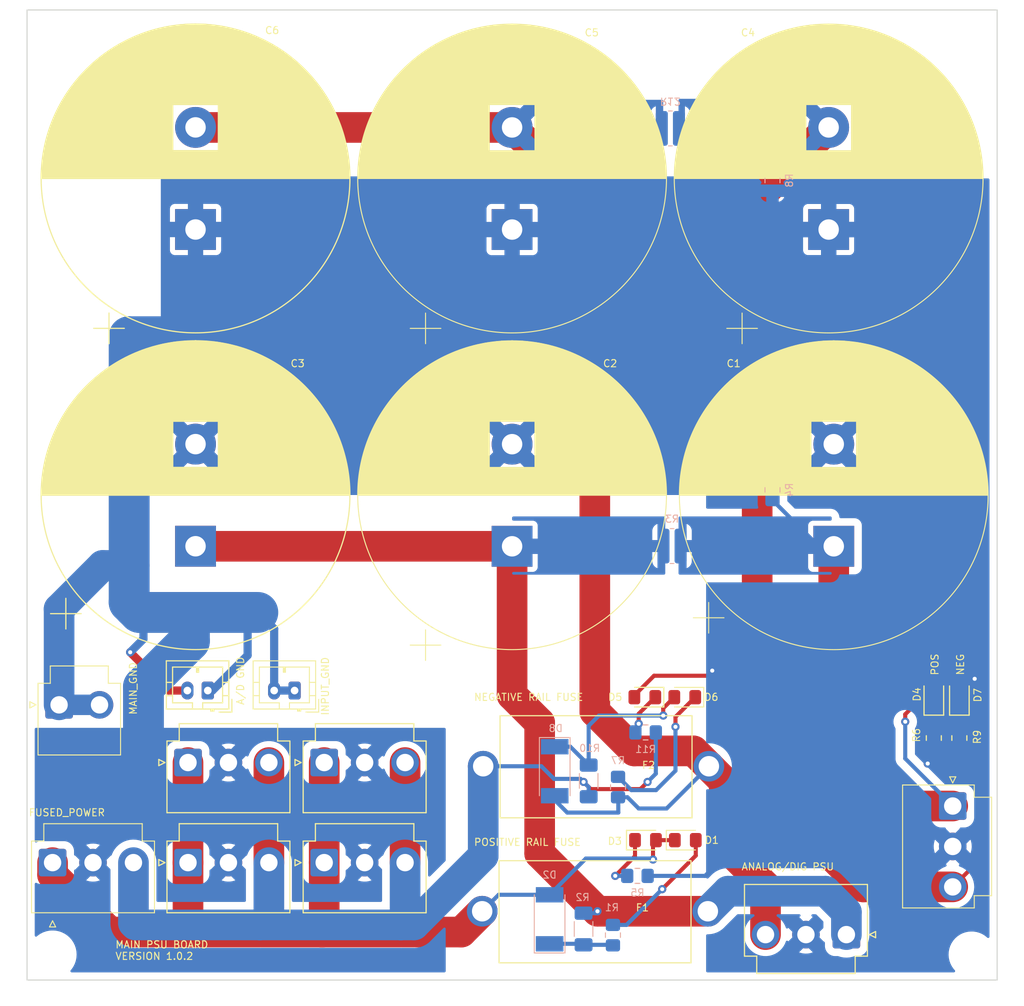
<source format=kicad_pcb>
(kicad_pcb (version 20211014) (generator pcbnew)
  (layers (0 "F.Cu" signal) (31 "B.Cu" signal) (34 "B.Paste" user) (35 "F.Paste" user) (36 "B.SilkS" user "B.Silkscreen") (37 "F.SilkS" user "F.Silkscreen") (38 "B.Mask" user) (39 "F.Mask" user) (44 "Edge.Cuts" user))
  (net 0 "")
  (net 1 "PGND")
  (net 2 "Net-(D1-Pad2)")
  (net 3 "Net-(D2-Pad1)")
  (net 4 "Net-(D3-Pad1)")
  (net 5 "Net-(D4-Pad1)")
  (net 6 "Net-(D5-Pad1)")
  (net 7 "VP1")
  (net 8 "VM1")
  (net 9 "VPOUT")
  (net 10 "VMOUT")
  (net 11 "Net-(D6-Pad2)")
  (net 12 "VPEXT")
  (net 13 "VMEXT")
  (net 14 "Net-(D7-Pad1)")
  (net 15 "Net-(D6-Pad1)")
  (footprint "Capacitor_THT:CP_Radial_D30.0mm_P10.00mm_SnapIn" (layer "F.Cu") (at 181 96.522935 90)
    (fp_text reference "C2" (at 17.900001 9.6 unlocked) (layer "F.SilkS") (effects (font (size 0.7 0.7) (thickness 0.1))))
    (fp_text value "15000U")
    (pad "1" thru_hole rect (at 0 0 90) (size 4 4) (drill 2) (layers *.Cu *.Mask) (net 12 "VPEXT"))
    (pad "2" thru_hole circle (at 10 0 90) (size 4 4) (drill 2) (layers *.Cu *.Mask) (net 1 "PGND"))
  )
  (footprint "MountingHole:MountingHole_3.2mm_M3" (layer "F.Cu") (at 226 46.5)
    (fp_text reference "H4" hide)
    (fp_text value "MountingHole")
    (pad "" np_thru_hole circle (at 0 0) (size 3.2 3.2) (drill 3.2) (layers *.Cu *.Mask))
  )
  (footprint "LED_SMD:LED_0805_2012Metric_Pad1.15x1.40mm_HandSolder" (layer "F.Cu") (at 222.3 111.2 90)
    (fp_text reference "D4" (at 0.175 -1.65 90 unlocked) (layer "F.SilkS") (effects (font (size 0.7 0.7) (thickness 0.1))))
    (fp_text value "YELLOW")
    (pad "1" smd roundrect (at -1.025 0 90) (size 1.15 1.4) (layers "F.Cu" "F.Paste" "F.Mask") (roundrect_rratio 0.2173913043) (net 5 "Net-(D4-Pad1)"))
    (pad "2" smd roundrect (at 1.025 0 90) (size 1.15 1.4) (layers "F.Cu" "F.Paste" "F.Mask") (roundrect_rratio 0.2173913043) (net 7 "VP1"))
  )
  (footprint "Capacitor_THT:CP_Radial_D30.0mm_P10.00mm_SnapIn" (layer "F.Cu") (at 212.5 96.522934 90)
    (fp_text reference "C1" (at 17.9 -9.8 unlocked) (layer "F.SilkS") (effects (font (size 0.7 0.7) (thickness 0.1))))
    (fp_text value "15000U")
    (pad "1" thru_hole rect (at 0 0 90) (size 4 4) (drill 2) (layers *.Cu *.Mask) (net 7 "VP1"))
    (pad "2" thru_hole circle (at 10 0 90) (size 4 4) (drill 2) (layers *.Cu *.Mask) (net 1 "PGND"))
  )
  (footprint "Connector_JST:JST_VH_B3P-VH_1x03_P3.96mm_Vertical" (layer "F.Cu") (at 162.6 127.5)
    (fp_text reference "J4" hide)
    (fp_text value "Conn_01x03_Male")
    (pad "1" thru_hole roundrect (at 0 0) (size 2.7 2.7) (drill 1.7) (layers *.Cu *.Mask) (roundrect_rratio 0.09259296296) (net 9 "VPOUT"))
    (pad "2" thru_hole circle (at 3.96 0) (size 2.7 2.7) (drill 1.7) (layers *.Cu *.Mask) (net 1 "PGND"))
    (pad "3" thru_hole circle (at 7.92 0) (size 2.7 2.7) (drill 1.7) (layers *.Cu *.Mask) (net 10 "VMOUT"))
  )
  (footprint "MountingHole:MountingHole_3.2mm_M3" (layer "F.Cu") (at 136 136.5)
    (fp_text reference "H2" hide)
    (fp_text value "MountingHole")
    (pad "" np_thru_hole circle (at 0 0) (size 3.2 3.2) (drill 3.2) (layers *.Cu *.Mask))
  )
  (footprint "Connector_JST:JST_VH_B3P-VH_1x03_P3.96mm_Vertical" (layer "F.Cu") (at 136 127.5)
    (fp_text reference "J2" hide)
    (fp_text value "Conn_01x03_Male")
    (pad "1" thru_hole roundrect (at 0 0) (size 2.7 2.7) (drill 1.7) (layers *.Cu *.Mask) (roundrect_rratio 0.09259296296) (net 9 "VPOUT"))
    (pad "2" thru_hole circle (at 3.96 0) (size 2.7 2.7) (drill 1.7) (layers *.Cu *.Mask) (net 1 "PGND"))
    (pad "3" thru_hole circle (at 7.92 0) (size 2.7 2.7) (drill 1.7) (layers *.Cu *.Mask) (net 10 "VMOUT"))
  )
  (footprint "Connector_JST:JST_VH_B2P-VH-B_1x02_P3.96mm_Vertical" (layer "F.Cu") (at 136.6375 112.05)
    (fp_text reference "J7" hide)
    (fp_text value "Conn_01x02_Male")
    (pad "1" thru_hole roundrect (at 0 0) (size 2.7 2.7) (drill 1.7) (layers *.Cu *.Mask) (roundrect_rratio 0.09259296296) (net 1 "PGND"))
    (pad "2" thru_hole circle (at 3.96 0) (size 2.7 2.7) (drill 1.7) (layers *.Cu *.Mask) (net 1 "PGND"))
  )
  (footprint "Capacitor_THT:CP_Radial_D30.0mm_P10.00mm_SnapIn" (layer "F.Cu") (at 212 65.505 90)
    (fp_text reference "C4" (at 19.282066 -7.9 unlocked) (layer "F.SilkS") (effects (font (size 0.7 0.7) (thickness 0.1))))
    (fp_text value "15000U")
    (pad "1" thru_hole rect (at 0 0 90) (size 4 4) (drill 2) (layers *.Cu *.Mask) (net 1 "PGND"))
    (pad "2" thru_hole circle (at 10 0 90) (size 4 4) (drill 2) (layers *.Cu *.Mask) (net 8 "VM1"))
  )
  (footprint "Connector_JST:JST_VH_B3P-VH_1x03_P3.96mm_Vertical" (layer "F.Cu") (at 149.2625 117.7)
    (fp_text reference "J9" hide)
    (fp_text value "Conn_01x03_Male")
    (pad "1" thru_hole roundrect (at 0 0) (size 2.7 2.7) (drill 1.7) (layers *.Cu *.Mask) (roundrect_rratio 0.09259296296) (net 9 "VPOUT"))
    (pad "2" thru_hole circle (at 3.96 0) (size 2.7 2.7) (drill 1.7) (layers *.Cu *.Mask) (net 1 "PGND"))
    (pad "3" thru_hole circle (at 7.92 0) (size 2.7 2.7) (drill 1.7) (layers *.Cu *.Mask) (net 10 "VMOUT"))
  )
  (footprint "LED_SMD:LED_0805_2012Metric_Pad1.15x1.40mm_HandSolder" (layer "F.Cu") (at 197.9625 125.3)
    (fp_text reference "D1" (at 2.6 0 unlocked) (layer "F.SilkS") (effects (font (size 0.7 0.7) (thickness 0.1))))
    (fp_text value "RED")
    (pad "1" smd roundrect (at -1.025 0) (size 1.15 1.4) (layers "F.Cu" "F.Paste" "F.Mask") (roundrect_rratio 0.2173913043) (net 9 "VPOUT"))
    (pad "2" smd roundrect (at 1.025 0) (size 1.15 1.4) (layers "F.Cu" "F.Paste" "F.Mask") (roundrect_rratio 0.2173913043) (net 2 "Net-(D1-Pad2)"))
  )
  (footprint "LED_SMD:LED_0805_2012Metric_Pad1.15x1.40mm_HandSolder" (layer "F.Cu") (at 194.0625 125.3)
    (fp_text reference "D3" (at -3 0.1 unlocked) (layer "F.SilkS") (effects (font (size 0.7 0.7) (thickness 0.1))))
    (fp_text value "YELLOW")
    (pad "1" smd roundrect (at -1.025 0) (size 1.15 1.4) (layers "F.Cu" "F.Paste" "F.Mask") (roundrect_rratio 0.2173913043) (net 4 "Net-(D3-Pad1)"))
    (pad "2" smd roundrect (at 1.025 0) (size 1.15 1.4) (layers "F.Cu" "F.Paste" "F.Mask") (roundrect_rratio 0.2173913043) (net 9 "VPOUT"))
  )
  (footprint "Resistor_SMD:R_0805_2012Metric_Pad1.20x1.40mm_HandSolder" (layer "F.Cu") (at 224.8 115.3 -90)
    (fp_text reference "R9" (at -0.1 -1.75 90 unlocked) (layer "F.SilkS") (effects (font (size 0.7 0.7) (thickness 0.1))))
    (fp_text value "9.1K")
    (pad "1" smd roundrect (at -1 0 270) (size 1.2 1.4) (layers "F.Cu" "F.Paste" "F.Mask") (roundrect_rratio 0.2083333333) (net 14 "Net-(D7-Pad1)"))
    (pad "2" smd roundrect (at 1 0 270) (size 1.2 1.4) (layers "F.Cu" "F.Paste" "F.Mask") (roundrect_rratio 0.2083333333) (net 8 "VM1"))
  )
  (footprint "LED_SMD:LED_0805_2012Metric_Pad1.15x1.40mm_HandSolder" (layer "F.Cu") (at 224.8 111.2 90)
    (fp_text reference "D7" (at 0.1 1.8 90 unlocked) (layer "F.SilkS") (effects (font (size 0.7 0.7) (thickness 0.1))))
    (fp_text value "BLUE")
    (pad "1" smd roundrect (at -1.025 0 90) (size 1.15 1.4) (layers "F.Cu" "F.Paste" "F.Mask") (roundrect_rratio 0.2173913043) (net 14 "Net-(D7-Pad1)"))
    (pad "2" smd roundrect (at 1.025 0 90) (size 1.15 1.4) (layers "F.Cu" "F.Paste" "F.Mask") (roundrect_rratio 0.2173913043) (net 1 "PGND"))
  )
  (footprint "Connector_JST:JST_PH_B2B-PH-K_1x02_P2.00mm_Vertical" (layer "F.Cu") (at 151.2 110.65 180)
    (fp_text reference "J6" hide)
    (fp_text value "Conn_01x02_Male")
    (pad "1" thru_hole roundrect (at 0 0 180) (size 1.2 1.75) (drill 0.75) (layers *.Cu *.Mask) (roundrect_rratio 0.2083333333) (net 1 "PGND"))
    (pad "2" thru_hole oval (at 2 0 180) (size 1.2 1.75) (drill 0.75) (layers *.Cu *.Mask) (net 1 "PGND"))
  )
  (footprint "LED_SMD:LED_0805_2012Metric_Pad1.15x1.40mm_HandSolder" (layer "F.Cu") (at 194 111.3 180)
    (fp_text reference "D5" (at 2.9 0 unlocked) (layer "F.SilkS") (effects (font (size 0.7 0.7) (thickness 0.1))))
    (fp_text value "BLUE")
    (pad "1" smd roundrect (at -1.025 0 180) (size 1.15 1.4) (layers "F.Cu" "F.Paste" "F.Mask") (roundrect_rratio 0.2173913043) (net 6 "Net-(D5-Pad1)"))
    (pad "2" smd roundrect (at 1.025 0 180) (size 1.15 1.4) (layers "F.Cu" "F.Paste" "F.Mask") (roundrect_rratio 0.2173913043) (net 1 "PGND"))
  )
  (footprint "Connector_JST:JST_VH_B3P-VH_1x03_P3.96mm_Vertical" (layer "F.Cu") (at 149.2625 127.5)
    (fp_text reference "J3" hide)
    (fp_text value "Conn_01x03_Male")
    (pad "1" thru_hole roundrect (at 0 0) (size 2.7 2.7) (drill 1.7) (layers *.Cu *.Mask) (roundrect_rratio 0.09259296296) (net 9 "VPOUT"))
    (pad "2" thru_hole circle (at 3.96 0) (size 2.7 2.7) (drill 1.7) (layers *.Cu *.Mask) (net 1 "PGND"))
    (pad "3" thru_hole circle (at 7.92 0) (size 2.7 2.7) (drill 1.7) (layers *.Cu *.Mask) (net 10 "VMOUT"))
  )
  (footprint "Capacitor_THT:CP_Radial_D30.0mm_P10.00mm_SnapIn" (layer "F.Cu") (at 181 65.505 90)
    (fp_text reference "C5" (at 19.282066 7.8 unlocked) (layer "F.SilkS") (effects (font (size 0.7 0.7) (thickness 0.1))))
    (fp_text value "15000U")
    (pad "1" thru_hole rect (at 0 0 90) (size 4 4) (drill 2) (layers *.Cu *.Mask) (net 1 "PGND"))
    (pad "2" thru_hole circle (at 10 0 90) (size 4 4) (drill 2) (layers *.Cu *.Mask) (net 13 "VMEXT"))
  )
  (footprint "Connector_JST:JST_VH_B3P-VH_1x03_P3.96mm_Vertical" (layer "F.Cu") (at 224.15 121.9575 -90)
    (fp_text reference "J10" hide)
    (fp_text value "Conn_01x03_Male")
    (pad "1" thru_hole roundrect (at 0 0 270) (size 2.7 2.7) (drill 1.7) (layers *.Cu *.Mask) (roundrect_rratio 0.09259296296) (net 7 "VP1"))
    (pad "2" thru_hole circle (at 3.96 0 270) (size 2.7 2.7) (drill 1.7) (layers *.Cu *.Mask) (net 1 "PGND"))
    (pad "3" thru_hole circle (at 7.92 0 270) (size 2.7 2.7) (drill 1.7) (layers *.Cu *.Mask) (net 8 "VM1"))
  )
  (footprint "LED_SMD:LED_0805_2012Metric_Pad1.15x1.40mm_HandSolder" (layer "F.Cu") (at 197.91 111.3 180)
    (fp_text reference "D6" (at -2.6 0.004169 unlocked) (layer "F.SilkS") (effects (font (size 0.7 0.7) (thickness 0.1))))
    (fp_text value "RED")
    (pad "1" smd roundrect (at -1.025 0 180) (size 1.15 1.4) (layers "F.Cu" "F.Paste" "F.Mask") (roundrect_rratio 0.2173913043) (net 15 "Net-(D6-Pad1)"))
    (pad "2" smd roundrect (at 1.025 0 180) (size 1.15 1.4) (layers "F.Cu" "F.Paste" "F.Mask") (roundrect_rratio 0.2173913043) (net 11 "Net-(D6-Pad2)"))
  )
  (footprint "Connector_JST:JST_VH_B3P-VH_1x03_P3.96mm_Vertical" (layer "F.Cu") (at 213.7375 134.55 180)
    (fp_text reference "J1" hide)
    (fp_text value "Conn_01x03_Male")
    (pad "1" thru_hole roundrect (at 0 0 180) (size 2.7 2.7) (drill 1.7) (layers *.Cu *.Mask) (roundrect_rratio 0.09259296296) (net 12 "VPEXT"))
    (pad "2" thru_hole circle (at 3.96 0 180) (size 2.7 2.7) (drill 1.7) (layers *.Cu *.Mask) (net 1 "PGND"))
    (pad "3" thru_hole circle (at 7.92 0 180) (size 2.7 2.7) (drill 1.7) (layers *.Cu *.Mask) (net 13 "VMEXT"))
  )
  (footprint "Fuse:5x20mm AliExpress 250V 6A" (layer "F.Cu") (at 188.870833 125.7125 180)
    (fp_text reference "F1" (at -4.891667 -6.2 unlocked) (layer "F.SilkS") (effects (font (size 0.7 0.7) (thickness 0.1))))
    (fp_text value "Fuse_Small")
    (pad "1" thru_hole circle (at -11.3 -6.55 180) (size 3 3) (drill 2) (layers *.Cu *.Mask) (net 12 "VPEXT"))
    (pad "2" thru_hole circle (at 10.8 -6.55 180) (size 3 3) (drill 2) (layers *.Cu *.Mask) (net 9 "VPOUT"))
  )
  (footprint "Connector_JST:JST_VH_B3P-VH_1x03_P3.96mm_Vertical" (layer "F.Cu") (at 162.6 117.7)
    (fp_text reference "J11" hide)
    (fp_text value "Conn_01x03_Male")
    (pad "1" thru_hole roundrect (at 0 0) (size 2.7 2.7) (drill 1.7) (layers *.Cu *.Mask) (roundrect_rratio 0.09259296296) (net 9 "VPOUT"))
    (pad "2" thru_hole circle (at 3.96 0) (size 2.7 2.7) (drill 1.7) (layers *.Cu *.Mask) (net 1 "PGND"))
    (pad "3" thru_hole circle (at 7.92 0) (size 2.7 2.7) (drill 1.7) (layers *.Cu *.Mask) (net 10 "VMOUT"))
  )
  (footprint "Connector_JST:JST_PH_B2B-PH-K_1x02_P2.00mm_Vertical" (layer "F.Cu") (at 159.7 110.65 180)
    (fp_text reference "J5" hide)
    (fp_text value "Conn_01x02_Male")
    (pad "1" thru_hole roundrect (at 0 0 180) (size 1.2 1.75) (drill 0.75) (layers *.Cu *.Mask) (roundrect_rratio 0.2083333333) (net 1 "PGND"))
    (pad "2" thru_hole oval (at 2 0 180) (size 1.2 1.75) (drill 0.75) (layers *.Cu *.Mask) (net 1 "PGND"))
  )
  (footprint "MountingHole:MountingHole_3mm" (layer "F.Cu") (at 226 136.5)
    (fp_text reference "H1" hide)
    (fp_text value "MountingHole")
    (pad "" np_thru_hole circle (at 0 0) (size 3 3) (drill 3) (layers *.Cu *.Mask))
  )
  (footprint "Capacitor_THT:CP_Radial_D30.0mm_P10.00mm_SnapIn" (layer "F.Cu") (at 150 65.5 90)
    (fp_text reference "C6" (at 19.5 7.5 unlocked) (layer "F.SilkS") (effects (font (size 0.7 0.7) (thickness 0.1))))
    (fp_text value "15000U")
    (pad "1" thru_hole rect (at 0 0 90) (size 4 4) (drill 2) (layers *.Cu *.Mask) (net 1 "PGND"))
    (pad "2" thru_hole circle (at 10 0 90) (size 4 4) (drill 2) (layers *.Cu *.Mask) (net 13 "VMEXT"))
  )
  (footprint "Capacitor_THT:CP_Radial_D30.0mm_P10.00mm_SnapIn" (layer "F.Cu") (at 150 96.517934 90)
    (fp_text reference "C3" (at 17.895 10 unlocked) (layer "F.SilkS") (effects (font (size 0.7 0.7) (thickness 0.1))))
    (fp_text value "15000U")
    (pad "1" thru_hole rect (at 0 0 90) (size 4 4) (drill 2) (layers *.Cu *.Mask) (net 12 "VPEXT"))
    (pad "2" thru_hole circle (at 10 0 90) (size 4 4) (drill 2) (layers *.Cu *.Mask) (net 1 "PGND"))
  )
  (footprint "Fuse:5x20mm AliExpress 250V 6A" (layer "F.Cu") (at 188.970833 111.5125 180)
    (fp_text reference "F2" (at -5.391667 -6.45 unlocked) (layer "F.SilkS") (effects (font (size 0.7 0.7) (thickness 0.1))))
    (fp_text value "Fuse_Small")
    (pad "1" thru_hole circle (at -11.3 -6.55 180) (size 3 3) (drill 2) (layers *.Cu *.Mask) (net 13 "VMEXT"))
    (pad "2" thru_hole circle (at 10.8 -6.55 180) (size 3 3) (drill 2) (layers *.Cu *.Mask) (net 10 "VMOUT"))
  )
  (footprint "Resistor_SMD:R_0805_2012Metric_Pad1.20x1.40mm_HandSolder" (layer "F.Cu") (at 222.3 115.3 -90)
    (fp_text reference "R6" (at -0.275 1.7 90 unlocked) (layer "F.SilkS") (effects (font (size 0.7 0.7) (thickness 0.1))))
    (fp_text value "9.1K")
    (pad "1" smd roundrect (at -1 0 270) (size 1.2 1.4) (layers "F.Cu" "F.Paste" "F.Mask") (roundrect_rratio 0.2083333333) (net 5 "Net-(D4-Pad1)"))
    (pad "2" smd roundrect (at 1 0 270) (size 1.2 1.4) (layers "F.Cu" "F.Paste" "F.Mask") (roundrect_rratio 0.2083333333) (net 1 "PGND"))
  )
  (footprint "MountingHole:MountingHole_3mm" (layer "F.Cu") (at 136 46.5)
    (fp_text reference "H3" hide)
    (fp_text value "MountingHole")
    (pad "" np_thru_hole circle (at 0 0) (size 3 3) (drill 3) (layers *.Cu *.Mask))
  )
  (footprint "Diode_SMD:D_MELF" (layer "B.Cu") (at 185.175 118.55 -90)
    (fp_text reference "D8" (at -4.2 -0.1 unlocked) (layer "B.SilkS") (effects (font (size 0.7 0.7) (thickness 0.1)) (justify mirror)))
    (fp_text value "5V")
    (pad "1" smd rect (at -2.4 0 270) (size 1.5 2.7) (layers "B.Cu" "B.Paste" "B.Mask") (net 11 "Net-(D6-Pad2)"))
    (pad "2" smd rect (at 2.4 0 270) (size 1.5 2.7) (layers "B.Cu" "B.Paste" "B.Mask") (net 13 "VMEXT"))
  )
  (footprint "Resistor_SMD:R_1206_3216Metric_Pad1.30x1.75mm_HandSolder" (layer "B.Cu") (at 188.5 119.5 90)
    (fp_text reference "R10" (at 3.2 0.1 unlocked) (layer "B.SilkS") (effects (font (size 0.7 0.7) (thickness 0.1)) (justify mirror)))
    (fp_text value "3.5K")
    (pad "1" smd roundrect (at -1.55 0 90) (size 1.3 1.75) (layers "B.Cu" "B.Paste" "B.Mask") (roundrect_rratio 0.1923076923) (net 10 "VMOUT"))
    (pad "2" smd roundrect (at 1.55 0 90) (size 1.3 1.75) (layers "B.Cu" "B.Paste" "B.Mask") (roundrect_rratio 0.1923076923) (net 11 "Net-(D6-Pad2)"))
  )
  (footprint "Resistor_SMD:R_0612_1632Metric_Pad1.18x3.40mm_HandSolder" (layer "B.Cu") (at 196.5 55.6 180)
    (fp_text reference "R12" (at 0 2.65 180 unlocked) (layer "B.SilkS") (effects (font (size 0.7 0.7) (thickness 0.1)) (justify mirror)))
    (fp_text value "0.025")
    (pad "1" smd roundrect (at -0.8375 0 180) (size 1.175 3.4) (layers "B.Cu" "B.Paste" "B.Mask") (roundrect_rratio 0.2127659574) (net 8 "VM1"))
    (pad "2" smd roundrect (at 0.8375 0 180) (size 1.175 3.4) (layers "B.Cu" "B.Paste" "B.Mask") (roundrect_rratio 0.2127659574) (net 13 "VMEXT"))
  )
  (footprint "Resistor_SMD:R_1206_3216Metric_Pad1.30x1.75mm_HandSolder" (layer "B.Cu") (at 188 134 -90)
    (fp_text reference "R2" (at -3.1 0.1 unlocked) (layer "B.SilkS") (effects (font (size 0.7 0.7) (thickness 0.1)) (justify mirror)))
    (fp_text value "3.5K")
    (pad "1" smd roundrect (at -1.55 0 270) (size 1.3 1.75) (layers "B.Cu" "B.Paste" "B.Mask") (roundrect_rratio 0.1923076923) (net 12 "VPEXT"))
    (pad "2" smd roundrect (at 1.55 0 270) (size 1.3 1.75) (layers "B.Cu" "B.Paste" "B.Mask") (roundrect_rratio 0.1923076923) (net 3 "Net-(D2-Pad1)"))
  )
  (footprint "Resistor_SMD:R_0805_2012Metric_Pad1.20x1.40mm_HandSolder" (layer "B.Cu") (at 194.075 114.75)
    (fp_text reference "R11" (at 0 1.65 unlocked) (layer "B.SilkS") (effects (font (size 0.7 0.7) (thickness 0.1)) (justify mirror)))
    (fp_text value "9.1K")
    (pad "1" smd roundrect (at -1 0) (size 1.2 1.4) (layers "B.Cu" "B.Paste" "B.Mask") (roundrect_rratio 0.2083333333) (net 6 "Net-(D5-Pad1)"))
    (pad "2" smd roundrect (at 1 0) (size 1.2 1.4) (layers "B.Cu" "B.Paste" "B.Mask") (roundrect_rratio 0.2083333333) (net 10 "VMOUT"))
  )
  (footprint "Resistor_SMD:R_0805_2012Metric_Pad1.20x1.40mm_HandSolder" (layer "B.Cu") (at 206.5 91 90)
    (fp_text reference "R4" (at 0 1.65 90 unlocked) (layer "B.SilkS") (effects (font (size 0.7 0.7) (thickness 0.1)) (justify mirror)))
    (fp_text value "12K")
    (pad "1" smd roundrect (at -1 0 90) (size 1.2 1.4) (layers "B.Cu" "B.Paste" "B.Mask") (roundrect_rratio 0.2083333333) (net 7 "VP1"))
    (pad "2" smd roundrect (at 1 0 90) (size 1.2 1.4) (layers "B.Cu" "B.Paste" "B.Mask") (roundrect_rratio 0.2083333333) (net 1 "PGND"))
  )
  (footprint "Resistor_SMD:R_0805_2012Metric_Pad1.20x1.40mm_HandSolder" (layer "B.Cu") (at 191.375 120.1 90)
    (fp_text reference "R7" (at 2.6 0 unlocked) (layer "B.SilkS") (effects (font (size 0.7 0.7) (thickness 0.1)) (justify mirror)))
    (fp_text value "560R")
    (pad "1" smd roundrect (at -1 0 90) (size 1.2 1.4) (layers "B.Cu" "B.Paste" "B.Mask") (roundrect_rratio 0.2083333333) (net 13 "VMEXT"))
    (pad "2" smd roundrect (at 1 0 90) (size 1.2 1.4) (layers "B.Cu" "B.Paste" "B.Mask") (roundrect_rratio 0.2083333333) (net 15 "Net-(D6-Pad1)"))
  )
  (footprint "Diode_SMD:D_MELF" (layer "B.Cu") (at 184.675 133.05 90)
    (fp_text reference "D2" (at 4.35 0 unlocked) (layer "B.SilkS") (effects (font (size 0.7 0.7) (thickness 0.1)) (justify mirror)))
    (fp_text value "5V")
    (pad "1" smd rect (at -2.4 0 90) (size 1.5 2.7) (layers "B.Cu" "B.Paste" "B.Mask") (net 3 "Net-(D2-Pad1)"))
    (pad "2" smd rect (at 2.4 0 90) (size 1.5 2.7) (layers "B.Cu" "B.Paste" "B.Mask") (net 9 "VPOUT"))
  )
  (footprint "Resistor_SMD:R_0805_2012Metric_Pad1.20x1.40mm_HandSolder" (layer "B.Cu") (at 206.5 60.7 90)
    (fp_text reference "R8" (at 0 1.65 90 unlocked) (layer "B.SilkS") (effects (font (size 0.7 0.7) (thickness 0.1)) (justify mirror)))
    (fp_text value "12K")
    (pad "1" smd roundrect (at -1 0 90) (size 1.2 1.4) (layers "B.Cu" "B.Paste" "B.Mask") (roundrect_rratio 0.2083333333) (net 1 "PGND"))
    (pad "2" smd roundrect (at 1 0 90) (size 1.2 1.4) (layers "B.Cu" "B.Paste" "B.Mask") (roundrect_rratio 0.2083333333) (net 8 "VM1"))
  )
  (footprint "Resistor_SMD:R_0612_1632Metric_Pad1.18x3.40mm_HandSolder" (layer "B.Cu") (at 196.6625 96.5 180)
    (fp_text reference "R3" (at 0 2.65 unlocked) (layer "B.SilkS") (effects (font (size 0.7 0.7) (thickness 0.1)) (justify mirror)))
    (fp_text value "0.025")
    (pad "1" smd roundrect (at -0.8375 0 180) (size 1.175 3.4) (layers "B.Cu" "B.Paste" "B.Mask") (roundrect_rratio 0.2127659574) (net 7 "VP1"))
    (pad "2" smd roundrect (at 0.8375 0 180) (size 1.175 3.4) (layers "B.Cu" "B.Paste" "B.Mask") (roundrect_rratio 0.2127659574) (net 12 "VPEXT"))
  )
  (footprint "Resistor_SMD:R_0805_2012Metric_Pad1.20x1.40mm_HandSolder" (layer "B.Cu") (at 190.875 134.6 90)
    (fp_text reference "R1" (at 2.7 -0.1 unlocked) (layer "B.SilkS") (effects (font (size 0.7 0.7) (thickness 0.1)) (justify mirror)))
    (fp_text value "560R")
    (pad "1" smd roundrect (at -1 0 90) (size 1.2 1.4) (layers "B.Cu" "B.Paste" "B.Mask") (roundrect_rratio 0.2083333333) (net 3 "Net-(D2-Pad1)"))
    (pad "2" smd roundrect (at 1 0 90) (size 1.2 1.4) (layers "B.Cu" "B.Paste" "B.Mask") (roundrect_rratio 0.2083333333) (net 2 "Net-(D1-Pad2)"))
  )
  (footprint "Resistor_SMD:R_0805_2012Metric_Pad1.20x1.40mm_HandSolder" (layer "B.Cu") (at 193.275 128.8)
    (fp_text reference "R5" (at 0 1.65 unlocked) (layer "B.SilkS") (effects (font (size 0.7 0.7) (thickness 0.1)) (justify mirror)))
    (fp_text value "9.1K")
    (pad "1" smd roundrect (at -1 0) (size 1.2 1.4) (layers "B.Cu" "B.Paste" "B.Mask") (roundrect_rratio 0.2083333333) (net 4 "Net-(D3-Pad1)"))
    (pad "2" smd roundrect (at 1 0) (size 1.2 1.4) (layers "B.Cu" "B.Paste" "B.Mask") (roundrect_rratio 0.2083333333) (net 1 "PGND"))
  )
  (gr_line (start 228.5 44) (end 133.5 44) (layer "Edge.Cuts") (width 0.1))
  (gr_line (start 228.5 139) (end 228.5 44) (layer "Edge.Cuts") (width 0.1))
  (gr_line (start 133.5 44) (end 133.5 139) (layer "Edge.Cuts") (width 0.1))
  (gr_line (start 133.5 139) (end 228.5 139) (layer "Edge.Cuts") (width 0.1))
  (gr_text "FUSED_POWER" (at 137.4 122.6) (layer "F.SilkS") (effects (font (size 0.7 0.7) (thickness 0.1))))
  (gr_text "ANALOG/DIG PSU" (at 208 127.9) (layer "F.SilkS") (effects (font (size 0.7 0.7) (thickness 0.1))))
  (gr_text "MAIN PSU BOARD\nVERSION 1.0.2" (at 142.1 136.1) (layer "F.SilkS") (effects (font (size 0.7 0.7) (thickness 0.1)) (justify left)))
  (gr_text "POSITIVE RAIL FUSE" (at 182.5 125.5) (layer "F.SilkS") (effects (font (size 0.7 0.7) (thickness 0.1))))
  (gr_text "MAIN_GND" (at 143.9 110.441667 90) (layer "F.SilkS") (effects (font (size 0.7 0.7) (thickness 0.1))))
  (gr_text "NEGATIVE RAIL FUSE" (at 182.616667 111.3) (layer "F.SilkS") (effects (font (size 0.7 0.7) (thickness 0.1))))
  (gr_text "POS" (at 222.4 108.1 90) (layer "F.SilkS") (effects (font (size 0.7 0.7) (thickness 0.1))))
  (gr_text "INPUT_GND" (at 162.7 110.225 90) (layer "F.SilkS") (effects (font (size 0.7 0.7) (thickness 0.1))))
  (gr_text "A/D GND" (at 154.4 109.7 90) (layer "F.SilkS") (effects (font (size 0.7 0.7) (thickness 0.1))))
  (gr_text "NEG\n" (at 224.9 108.1 90) (layer "F.SilkS") (effects (font (size 0.7 0.7) (thickness 0.1))))
  (segment (start 194.9 109.2) (end 200.1 109.2) (width 0.4) (layer "F.Cu") (net 1))
  (segment (start 222.3 117.2) (end 221.7 117.8) (width 0.4) (layer "F.Cu") (net 1))
  (segment (start 147.35 110.65) (end 143.6 106.9) (width 0.8) (layer "F.Cu") (net 1))
  (segment (start 200.1 109.2) (end 200.6 108.7) (width 0.4) (layer "F.Cu") (net 1))
  (segment (start 224.8 110.175) (end 225.625 110.175) (width 0.4) (layer "F.Cu") (net 1))
  (segment (start 225.625 110.175) (end 226.3 109.5) (width 0.4) (layer "F.Cu") (net 1))
  (segment (start 193.1 111) (end 194.9 109.2) (width 0.4) (layer "F.Cu") (net 1))
  (segment (start 222.3 116.3) (end 222.3 117.2) (width 0.4) (layer "F.Cu") (net 1))
  (segment (start 149.2 110.65) (end 147.35 110.65) (width 0.8) (layer "F.Cu") (net 1))
  (via (at 200.6 108.7) (size 0.8) (drill 0.4) (layers "F.Cu" "B.Cu") (net 1))
  (via (at 221.7 117.8) (size 0.8) (drill 0.4) (layers "F.Cu" "B.Cu") (net 1))
  (via (at 143.6 106.9) (size 0.8) (drill 0.4) (layers "F.Cu" "B.Cu") (net 1))
  (via (at 226.3 109.5) (size 0.8) (drill 0.4) (layers "F.Cu" "B.Cu") (net 1))
  (segment (start 149.4 103) (end 149.4 105.8) (width 4) (layer "B.Cu") (net 1))
  (segment (start 143.5 102) (end 144 102.5) (width 4) (layer "B.Cu") (net 1))
  (segment (start 148.4 76) (end 143.5 76) (width 4) (layer "B.Cu") (net 1))
  (segment (start 144.9 110.3) (end 144.9 115.4) (width 4) (layer "B.Cu") (net 1))
  (segment (start 136.6375 102.6625) (end 140.9 98.4) (width 3) (layer "B.Cu") (net 1))
  (segment (start 136.6375 112.05) (end 136.6375 102.6625) (width 3) (layer "B.Cu") (net 1))
  (segment (start 140.5975 112.05) (end 136.6375 112.05) (width 2) (layer "B.Cu") (net 1))
  (segment (start 155.1 107.2) (end 155.1 103) (width 0.8) (layer "B.Cu") (net 1))
  (segment (start 149.4 103) (end 155.1 103) (width 4) (layer "B.Cu") (net 1))
  (segment (start 194.275 128.8) (end 199.9 128.8) (width 0.4) (layer "B.Cu") (net 1))
  (segment (start 199.9 128.8) (end 200.8 127.9) (width 0.4) (layer "B.Cu") (net 1))
  (segment (start 144.9 105.6) (end 143.6 106.9) (width 0.8) (layer "B.Cu") (net 1))
  (segment (start 144.5 103) (end 149.4 103) (width 4) (layer "B.Cu") (net 1))
  (segment (start 157.7 104.6) (end 156.1 103) (width 0.8) (layer "B.Cu") (net 1))
  (segment (start 143.5 98.4) (end 143.5 102) (width 4) (layer "B.Cu") (net 1))
  (segment (start 159.7 110.65) (end 157.7 110.65) (width 0.8) (layer "B.Cu") (net 1))
  (segment (start 149.4 105.8) (end 144.9 110.3) (width 4) (layer "B.Cu") (net 1))
  (segment (start 151.2 110.65) (end 151.65 110.65) (width 0.8) (layer "B.Cu") (net 1))
  (segment (start 143.5 76) (end 143.5 98.4) (width 4) (layer "B.Cu") (net 1))
  (segment (start 157.7 110.65) (end 157.7 104.6) (width 0.8) (layer "B.Cu") (net 1))
  (segment (start 140.9 98.4) (end 143.5 98.4) (width 3) (layer "B.Cu") (net 1))
  (segment (start 151.65 110.65) (end 155.1 107.2) (width 0.8) (layer "B.Cu") (net 1))
  (segment (start 144 102.5) (end 144.5 103) (width 4) (layer "B.Cu") (net 1))
  (segment (start 155.1 103) (end 156.1 103) (width 4) (layer "B.Cu") (net 1))
  (segment (start 144.9 103.4) (end 144.9 105.6) (width 0.8) (layer "B.Cu") (net 1))
  (segment (start 144.5 103) (end 144.9 103.4) (width 0.8) (layer "B.Cu") (net 1))
  (segment (start 198.9875 125.3) (end 198.9875 126.8125) (width 0.4) (layer "F.Cu") (net 2))
  (segment (start 198.9875 126.8125) (end 195.7 130.1) (width 0.4) (layer "F.Cu") (net 2))
  (via (at 195.7 130.1) (size 0.8) (drill 0.4) (layers "F.Cu" "B.Cu") (net 2))
  (segment (start 192.2 133.6) (end 190.875 133.6) (width 0.4) (layer "B.Cu") (net 2))
  (segment (start 195.7 130.1) (end 192.2 133.6) (width 0.4) (layer "B.Cu") (net 2))
  (segment (start 188 135.55) (end 190.825 135.55) (width 0.4) (layer "B.Cu") (net 3))
  (segment (start 184.675 135.45) (end 187.9 135.45) (width 0.4) (layer "B.Cu") (net 3))
  (segment (start 193.0375 126.8625) (end 191.1 128.8) (width 0.4) (layer "F.Cu") (net 4))
  (segment (start 193.0375 125.3) (end 193.0375 126.8625) (width 0.4) (layer "F.Cu") (net 4))
  (via (at 191.1 128.8) (size 0.8) (drill 0.4) (layers "F.Cu" "B.Cu") (net 4))
  (segment (start 191.1 128.8) (end 192.275 128.8) (width 0.4) (layer "B.Cu") (net 4))
  (segment (start 222.3 112.225) (end 222.3 114.3) (width 0.4) (layer "F.Cu") (net 5))
  (segment (start 193.398696 113.8995) (end 193.398696 112.926304) (width 0.4) (layer "F.Cu") (net 6))
  (segment (start 193.398696 112.926304) (end 195.0425 111.2825) (width 0.4) (layer "F.Cu") (net 6))
  (via (at 193.398696 113.8995) (size 0.8) (drill 0.4) (layers "F.Cu" "B.Cu") (net 6))
  (segment (start 193.398696 114.426304) (end 193.398696 113.8995) (width 0.4) (layer "B.Cu") (net 6))
  (segment (start 224.15 121.9575) (end 217.4575 121.9575) (width 3) (layer "F.Cu") (net 7))
  (segment (start 217.4575 121.9575) (end 212.5 117) (width 3) (layer "F.Cu") (net 7))
  (segment (start 219.5 112.975) (end 219.5 113.7) (width 0.4) (layer "F.Cu") (net 7))
  (segment (start 222.3 110.175) (end 219.5 112.975) (width 0.4) (layer "F.Cu") (net 7))
  (segment (start 212.5 117) (end 212.5 96.522934) (width 3) (layer "F.Cu") (net 7))
  (via (at 219.5 113.7) (size 0.8) (drill 0.4) (layers "F.Cu" "B.Cu") (net 7))
  (segment (start 206.5 92) (end 211.022934 96.522934) (width 0.4) (layer "B.Cu") (net 7))
  (segment (start 219.5 113.7) (end 219.5 117.3075) (width 0.4) (layer "B.Cu") (net 7))
  (segment (start 219.5 117.3075) (end 224.15 121.9575) (width 0.4) (layer "B.Cu") (net 7))
  (segment (start 215.3775 129.8775) (end 224.15 129.8775) (width 3) (layer "F.Cu") (net 8))
  (segment (start 205 119.5) (end 215.3775 129.8775) (width 3) (layer "F.Cu") (net 8))
  (segment (start 212 55.505) (end 205 62.505) (width 3) (layer "F.Cu") (net 8))
  (segment (start 227.3 126.7275) (end 224.15 129.8775) (width 0.4) (layer "F.Cu") (net 8))
  (segment (start 224.8 116.3) (end 227.3 118.8) (width 0.4) (layer "F.Cu") (net 8))
  (segment (start 227.3 118.8) (end 227.3 126.7275) (width 0.4) (layer "F.Cu") (net 8))
  (segment (start 205 62.505) (end 205 119.5) (width 3) (layer "F.Cu") (net 8))
  (segment (start 207.805 59.7) (end 212 55.505) (width 0.4) (layer "B.Cu") (net 8))
  (segment (start 206.5 59.7) (end 207.805 59.7) (width 0.4) (layer "B.Cu") (net 8))
  (segment (start 136 127.5) (end 136 128.7) (width 3) (layer "F.Cu") (net 9))
  (segment (start 149.2625 127.5) (end 149.2625 134.0625) (width 3) (layer "F.Cu") (net 9))
  (segment (start 162.6 117.7) (end 162.6 127.5) (width 3) (layer "F.Cu") (net 9))
  (segment (start 149.5 134.3) (end 162.4 134.3) (width 3) (layer "F.Cu") (net 9))
  (segment (start 149.2625 117.7) (end 149.2625 127.5) (width 3) (layer "F.Cu") (net 9))
  (segment (start 176.033333 134.3) (end 178.070833 132.2625) (width 3) (layer "F.Cu") (net 9))
  (segment (start 141.6 134.3) (end 149.5 134.3) (width 3) (layer "F.Cu") (net 9))
  (segment (start 162.6 127.5) (end 162.6 134.1) (width 3) (layer "F.Cu") (net 9))
  (segment (start 136 128.7) (end 141.6 134.3) (width 3) (layer "F.Cu") (net 9))
  (segment (start 162.4 134.3) (end 176.033333 134.3) (width 3) (layer "F.Cu") (net 9))
  (segment (start 149.2625 134.0625) (end 149.5 134.3) (width 3) (layer "F.Cu") (net 9))
  (segment (start 194.8 127.2) (end 194.8 125.5875) (width 0.4) (layer "F.Cu") (net 9))
  (segment (start 162.6 134.1) (end 162.4 134.3) (width 3) (layer "F.Cu") (net 9))
  (segment (start 195.0875 125.3) (end 196.9375 125.3) (width 0.4) (layer "F.Cu") (net 9))
  (via (at 194.8 127.2) (size 0.8) (drill 0.4) (layers "F.Cu" "B.Cu") (net 9))
  (segment (start 184.675 130.65) (end 179.683333 130.65) (width 0.4) (layer "B.Cu") (net 9))
  (segment (start 194.7 127.1) (end 194.8 127.2) (width 0.4) (layer "B.Cu") (net 9))
  (segment (start 179.683333 130.65) (end 178.070833 132.2625) (width 0.4) (layer "B.Cu") (net 9))
  (segment (start 188.225 127.1) (end 194.7 127.1) (width 0.4) (layer "B.Cu") (net 9))
  (segment (start 184.675 130.65) (end 188.225 127.1) (width 0.4) (layer "B.Cu") (net 9))
  (segment (start 188.7 120.3) (end 193.565832 120.3) (width 0.4) (layer "F.Cu") (net 10))
  (segment (start 157.1825 117.7) (end 157.1825 127.5) (width 3) (layer "F.Cu") (net 10))
  (segment (start 188 119.6) (end 188.7 120.3) (width 0.4) (layer "F.Cu") (net 10))
  (segment (start 193.565832 120.3) (end 194.265332 119.6005) (width 0.4) (layer "F.Cu") (net 10))
  (segment (start 170.52 117.7) (end 170.52 127.5) (width 3) (layer "F.Cu") (net 10))
  (via (at 188 119.6) (size 0.8) (drill 0.4) (layers "F.Cu" "B.Cu") (net 10))
  (via (at 194.265332 119.6005) (size 0.8) (drill 0.4) (layers "F.Cu" "B.Cu") (net 10))
  (segment (start 183.8625 118.0625) (end 178.170833 118.0625) (width 0.4) (layer "B.Cu") (net 10))
  (segment (start 171.4 133.6) (end 170.1 133.6) (width 3) (layer "B.Cu") (net 10))
  (segment (start 185.1 119.3) (end 183.8625 118.0625) (width 0.4) (layer "B.Cu") (net 10))
  (segment (start 195.075 118.790832) (end 194.265332 119.6005) (width 0.4) (layer "B.Cu") (net 10))
  (segment (start 157.1825 127.5) (end 157.1825 132.7175) (width 3) (layer "B.Cu") (net 10))
  (segment (start 188.5 121.05) (end 188.5 120.1) (width 0.4) (layer "B.Cu") (net 10))
  (segment (start 157.1825 132.7175) (end 156.3 133.6) (width 3) (layer "B.Cu") (net 10))
  (segment (start 188 119.6) (end 187.7 119.3) (width 0.4) (layer "B.Cu") (net 10))
  (segment (start 170.52 133.18) (end 170.52 127.5) (width 3) (layer "B.Cu") (net 10))
  (segment (start 178.170833 118.0625) (end 178.170833 126.829167) (width 3) (layer "B.Cu") (net 10))
  (segment (start 156.3 133.6) (end 170.1 133.6) (width 3) (layer "B.Cu") (net 10))
  (segment (start 187.7 119.3) (end 185.1 119.3) (width 0.4) (layer "B.Cu") (net 10))
  (segment (start 188.5 120.1) (end 188 119.6) (width 0.4) (layer "B.Cu") (net 10))
  (segment (start 143.92 133.42) (end 144.1 133.6) (width 3) (layer "B.Cu") (net 10))
  (segment (start 144.1 133.6) (end 156.3 133.6) (width 3) (layer "B.Cu") (net 10))
  (segment (start 178.170833 126.829167) (end 171.4 133.6) (width 3) (layer "B.Cu") (net 10))
  (segment (start 195.075 114.75) (end 195.075 118.790832) (width 0.4) (layer "B.Cu") (net 10))
  (segment (start 170.1 133.6) (end 170.52 133.18) (width 3) (layer "B.Cu") (net 10))
  (segment (start 143.92 127.5) (end 143.92 133.42) (width 3) (layer "B.Cu") (net 10))
  (segment (start 195.8 112.385) (end 196.9025 111.2825) (width 0.4) (layer "F.Cu") (net 11))
  (segment (start 195.8 113.1) (end 195.8 112.385) (width 0.4) (layer "F.Cu") (net 11))
  (via (at 195.8 113.1) (size 0.8) (drill 0.4) (layers "F.Cu" "B.Cu") (net 11))
  (segment (start 185.175 116.15) (end 186.7 116.15) (width 0.4) (layer "B.Cu") (net 11))
  (segment (start 189.5 113.1) (end 188.5 114.1) (width 0.4) (layer "B.Cu") (net 11))
  (segment (start 195.8 113.1) (end 189.5 113.1) (width 0.4) (layer "B.Cu") (net 11))
  (segment (start 188.5 114.1) (end 188.5 117.95) (width 0.4) (layer "B.Cu") (net 11))
  (segment (start 186.7 116.15) (end 188.5 117.95) (width 0.4) (layer "B.Cu") (net 11))
  (segment (start 181 111.1) (end 181 96.522935) (width 3) (layer "F.Cu") (net 12))
  (segment (start 183.7 126.6) (end 183.7 113.8) (width 3) (layer "F.Cu") (net 12))
  (segment (start 189.3625 132.2625) (end 183.7 126.6) (width 3) (layer "F.Cu") (net 12))
  (segment (start 183.7 113.8) (end 181 111.1) (width 3) (layer "F.Cu") (net 12))
  (segment (start 200.170833 132.2625) (end 189.3625 132.2625) (width 3) (layer "F.Cu") (net 12))
  (segment (start 181 96.522935) (end 150.005001 96.522935) (width 3) (layer "F.Cu") (net 12))
  (via (at 189.3625 132.2625) (size 0.8) (drill 0.4) (layers "F.Cu" "B.Cu") (net 12))
  (segment (start 188 132.45) (end 189.175 132.45) (width 0.4) (layer "B.Cu") (net 12))
  (segment (start 189.175 132.45) (end 189.3625 132.2625) (width 0.4) (layer "B.Cu") (net 12))
  (segment (start 213.7375 132.3375) (end 211.7 130.3) (width 3) (layer "B.Cu") (net 12))
  (segment (start 213.7375 134.55) (end 213.7375 132.3375) (width 3) (layer "B.Cu") (net 12))
  (segment (start 211.7 130.3) (end 202.133333 130.3) (width 3) (layer "B.Cu") (net 12))
  (segment (start 202.133333 130.3) (end 200.170833 132.2625) (width 3) (layer "B.Cu") (net 12))
  (segment (start 198.770833 116.5625) (end 200.270833 118.0625) (width 3) (layer "F.Cu") (net 13))
  (segment (start 200.270833 118.0625) (end 201.770833 119.5625) (width 3) (layer "F.Cu") (net 13))
  (segment (start 181 55.505) (end 150.005 55.505) (width 3) (layer "F.Cu") (net 13))
  (segment (start 205.8175 129.8175) (end 205.8175 134.55) (width 3) (layer "F.Cu") (net 13))
  (segment (start 189.1 63.605) (end 189.1 112.7) (width 3) (layer "F.Cu") (net 13))
  (segment (start 192.9625 116.5625) (end 198.770833 116.5625) (width 3) (layer "F.Cu") (net 13))
  (segment (start 201.770833 125.770833) (end 205.8175 129.8175) (width 3) (layer "F.Cu") (net 13))
  (segment (start 201.770833 119.5625) (end 201.770833 125.770833) (width 3) (layer "F.Cu") (net 13))
  (segment (start 189.1 112.7) (end 192.9625 116.5625) (width 3) (layer "F.Cu") (net 13))
  (segment (start 181 55.505) (end 189.1 63.605) (width 3) (layer "F.Cu") (net 13))
  (segment (start 192.3 121.1) (end 193.4 122.2) (width 0.4) (layer "B.Cu") (net 13))
  (segment (start 191.375 121.1) (end 192.3 121.1) (width 0.4) (layer "B.Cu") (net 13))
  (segment (start 186.4 122.6) (end 191.4 122.6) (width 0.4) (layer "B.Cu") (net 13))
  (segment (start 191.4 122.6) (end 191.4 121.125) (width 0.4) (layer "B.Cu") (net 13))
  (segment (start 193.4 122.2) (end 196.133333 122.2) (width 0.4) (layer "B.Cu") (net 13))
  (segment (start 196.133333 122.2) (end 200.270833 118.0625) (width 0.4) (layer "B.Cu") (net 13))
  (segment (start 185.175 121.375) (end 186.4 122.6) (width 0.4) (layer "B.Cu") (net 13))
  (segment (start 224.8 112.225) (end 224.8 114.3) (width 0.4) (layer "F.Cu") (net 14))
  (segment (start 197 114.2) (end 197 113.235) (width 0.4) (layer "F.Cu") (net 15))
  (segment (start 197 113.235) (end 198.9525 111.2825) (width 0.4) (layer "F.Cu") (net 15))
  (via (at 197 114.2) (size 0.8) (drill 0.4) (layers "F.Cu" "B.Cu") (net 15))
  (segment (start 197 118.5) (end 197 114.2) (width 0.4) (layer "B.Cu") (net 15))
  (segment (start 191.375 119.1) (end 192.675 120.4) (width 0.4) (layer "B.Cu") (net 15))
  (segment (start 192.675 120.4) (end 195.1 120.4) (width 0.4) (layer "B.Cu") (net 15))
  (segment (start 195.1 120.4) (end 197 118.5) (width 0.4) (layer "B.Cu") (net 15))
  (zone (net 1) (net_name "PGND") (layer "B.Cu") (connect_pads (clearance 0.75)) (min_thickness 0.254) (fill yes (thermal_gap 0.508) (thermal_bridge_width 1.5))
    (polygon (pts (xy 230.1 139.3) (xy 200 139.3) (xy 200 60.5) (xy 230.1 60.5)))
  )
  (zone (net 13) (net_name "VMEXT") (layer "B.Cu") (priority 1) (connect_pads (clearance 0.75)) (min_thickness 0.254) (fill yes (thermal_gap 0.508) (thermal_bridge_width 1.5))
    (polygon (pts (xy 195.8 58.5) (xy 180.8 58.5) (xy 180.8 52.8) (xy 195.8 52.8)))
  )
  (zone (net 8) (net_name "VM1") (layer "B.Cu") (priority 1) (connect_pads (clearance 0.75)) (min_thickness 0.254) (fill yes (thermal_gap 0.508) (thermal_bridge_width 1.5))
    (polygon (pts (xy 212.3 58.4) (xy 197.3 58.4) (xy 197.3 52.7) (xy 212.3 52.7)))
  )
  (zone (net 7) (net_name "VP1") (layer "B.Cu") (priority 1) (connect_pads (clearance 0.75)) (min_thickness 0.254) (fill yes (thermal_gap 0.508) (thermal_bridge_width 1.5))
    (polygon (pts (xy 212.3 99.3) (xy 197.3 99.3) (xy 197.3 93.6) (xy 212.3 93.6)))
  )
  (zone (net 12) (net_name "VPEXT") (layer "B.Cu") (priority 1) (connect_pads (clearance 0.75)) (min_thickness 0.254) (fill yes (thermal_gap 0.508) (thermal_bridge_width 1.5))
    (polygon (pts (xy 196 99.3) (xy 181 99.3) (xy 181 93.6) (xy 196 93.6)))
  )
  (zone (net 1) (net_name "PGND") (layer "B.Cu") (connect_pads (clearance 0.75)) (min_thickness 0.254) (fill yes (thermal_gap 0.508) (thermal_bridge_width 1.5))
    (polygon (pts (xy 221.8 91.5) (xy 146.6 91.5) (xy 146.6 60.3) (xy 221.8 60.3)))
  )
  (zone (net 1) (net_name "PGND") (layer "B.Cu") (connect_pads (clearance 0.75)) (min_thickness 0.254) (fill yes (thermal_gap 0.508) (thermal_bridge_width 1.5))
    (polygon (pts (xy 174.5 140.6) (xy 131.9 140.6) (xy 131.9 114.3) (xy 174.5 114.3)))
  )
)
</source>
